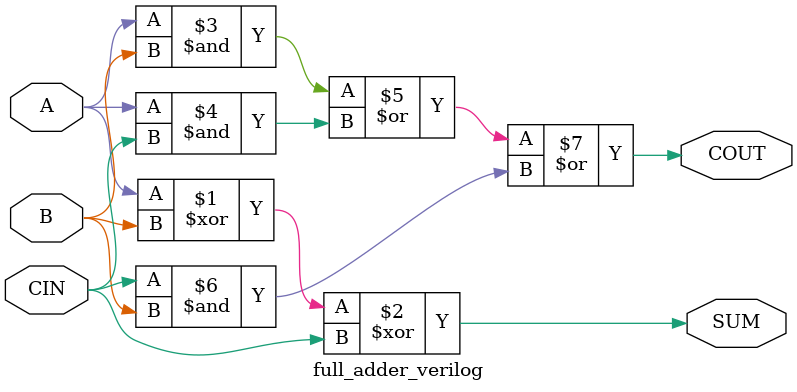
<source format=v>
module full_adder_verilog(A,B,CIN,SUM,COUT);
   
   input A,B,CIN;
   output SUM,COUT;
 
   assign SUM = (A ^ B) ^ CIN;
   assign COUT = (A & B)| (A & CIN) | (CIN & B);

endmodule
</source>
